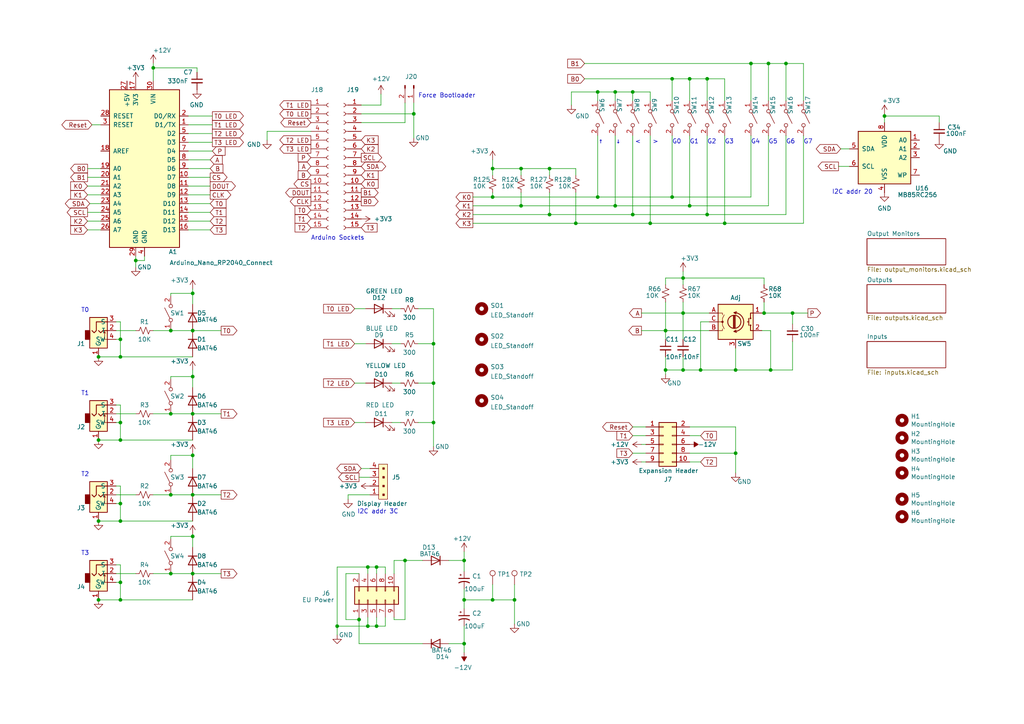
<source format=kicad_sch>
(kicad_sch (version 20211123) (generator eeschema)
  (paper "A4")
  (title_block (rev "2.2"))
  (junction (at 198.12 90.805))
  (junction (at 49.53 120.015))
  (junction (at 194.945 57.15))
  (junction (at 106.68 181.61))
  (junction (at 221.615 90.805))
  (junction (at 28.575 151.13))
  (junction (at 213.36 131.445))
  (junction (at 142.875 48.895))
  (junction (at 198.12 80.645))
  (junction (at 178.435 59.69))
  (junction (at 227.965 18.415))
  (junction (at 28.575 127.635))
  (junction (at 34.925 146.05))
  (junction (at 256.54 33.655))
  (junction (at 104.14 179.705))
  (junction (at 173.355 26.67))
  (junction (at 217.805 18.415))
  (junction (at 109.22 181.61))
  (junction (at 49.53 143.51))
  (junction (at 229.87 90.805))
  (junction (at 55.88 143.51))
  (junction (at 210.185 64.77))
  (junction (at 134.62 173.99))
  (junction (at 159.385 62.23))
  (junction (at 97.79 181.61))
  (junction (at 193.04 95.885))
  (junction (at 151.13 48.895))
  (junction (at 34.925 127.635))
  (junction (at 55.88 166.37))
  (junction (at 109.22 164.465))
  (junction (at 34.925 103.505))
  (junction (at 213.36 107.315))
  (junction (at 149.225 173.99))
  (junction (at 134.62 162.56))
  (junction (at 44.45 19.685))
  (junction (at 28.575 173.99))
  (junction (at 142.875 173.99))
  (junction (at 55.88 120.015))
  (junction (at 173.355 57.15))
  (junction (at 106.68 164.465))
  (junction (at 178.435 26.67))
  (junction (at 34.925 168.91))
  (junction (at 205.105 62.23))
  (junction (at 55.88 155.575))
  (junction (at 125.73 111.125))
  (junction (at 198.12 107.315))
  (junction (at 55.88 95.885))
  (junction (at 151.13 59.69))
  (junction (at 194.945 22.86))
  (junction (at 49.53 166.37))
  (junction (at 167.005 64.77))
  (junction (at 183.515 26.67))
  (junction (at 159.385 48.895))
  (junction (at 223.52 107.315))
  (junction (at 125.73 122.555))
  (junction (at 125.73 99.695))
  (junction (at 222.885 18.415))
  (junction (at 34.925 98.425))
  (junction (at 142.875 57.15))
  (junction (at 39.37 75.565))
  (junction (at 34.925 122.555))
  (junction (at 134.62 186.69))
  (junction (at 49.53 95.885))
  (junction (at 55.88 85.09))
  (junction (at 120.015 33.02))
  (junction (at 200.025 59.69))
  (junction (at 183.515 62.23))
  (junction (at 203.2 107.315))
  (junction (at 200.025 22.86))
  (junction (at 28.575 103.505))
  (junction (at 117.475 162.56))
  (junction (at 55.88 109.22))
  (junction (at 34.925 151.13))
  (junction (at 193.04 107.315))
  (junction (at 188.595 64.77))
  (junction (at 55.88 132.08))
  (junction (at 34.925 173.99))
  (junction (at 205.105 22.86))
  (wire (pts (xy 34.925 163.83) (xy 34.925 168.91)))
  (wire (pts (xy 134.62 170.815) (xy 134.62 173.99)))
  (wire (pts (xy 54.61 43.815) (xy 61.595 43.815)))
  (wire (pts (xy 49.53 133.35) (xy 49.53 132.08)))
  (wire (pts (xy 246.38 48.26) (xy 243.205 48.26)))
  (wire (pts (xy 125.73 111.125) (xy 125.73 99.695)))
  (wire (pts (xy 34.925 127.635) (xy 55.88 127.635)))
  (wire (pts (xy 25.4 64.135) (xy 29.21 64.135)))
  (wire (pts (xy 134.62 173.99) (xy 142.875 173.99)))
  (wire (pts (xy 34.925 173.99) (xy 55.88 173.99)))
  (wire (pts (xy 229.87 99.06) (xy 229.87 107.315)))
  (wire (pts (xy 134.62 186.69) (xy 134.62 189.23)))
  (wire (pts (xy 54.61 41.275) (xy 61.595 41.275)))
  (wire (pts (xy 25.4 66.675) (xy 29.21 66.675)))
  (wire (pts (xy 188.595 64.77) (xy 188.595 39.37)))
  (wire (pts (xy 117.475 29.845) (xy 117.475 35.56)))
  (wire (pts (xy 114.3 179.07) (xy 114.3 179.705)))
  (wire (pts (xy 104.14 166.37) (xy 100.33 166.37)))
  (wire (pts (xy 227.965 62.23) (xy 205.105 62.23)))
  (wire (pts (xy 173.355 57.15) (xy 173.355 39.37)))
  (wire (pts (xy 49.53 132.08) (xy 55.88 132.08)))
  (wire (pts (xy 210.185 64.77) (xy 188.595 64.77)))
  (wire (pts (xy 194.945 22.86) (xy 200.025 22.86)))
  (wire (pts (xy 165.735 26.67) (xy 165.735 30.48)))
  (wire (pts (xy 39.37 74.295) (xy 39.37 75.565)))
  (wire (pts (xy 97.79 181.61) (xy 97.79 184.15)))
  (wire (pts (xy 55.88 155.575) (xy 55.88 158.75)))
  (wire (pts (xy 102.87 89.535) (xy 106.045 89.535)))
  (wire (pts (xy 55.88 120.015) (xy 64.135 120.015)))
  (wire (pts (xy 200.025 123.825) (xy 213.36 123.825)))
  (wire (pts (xy 34.925 98.425) (xy 34.925 103.505)))
  (wire (pts (xy 49.53 109.22) (xy 55.88 109.22)))
  (wire (pts (xy 210.185 22.86) (xy 210.185 29.21)))
  (wire (pts (xy 167.005 55.88) (xy 167.005 64.77)))
  (wire (pts (xy 55.88 85.09) (xy 55.88 88.265)))
  (wire (pts (xy 97.79 164.465) (xy 97.79 181.61)))
  (wire (pts (xy 183.515 131.445) (xy 187.325 131.445)))
  (wire (pts (xy 49.53 120.015) (xy 55.88 120.015)))
  (wire (pts (xy 194.945 39.37) (xy 194.945 57.15)))
  (wire (pts (xy 186.055 90.805) (xy 198.12 90.805)))
  (wire (pts (xy 109.22 164.465) (xy 111.76 164.465)))
  (wire (pts (xy 142.875 46.355) (xy 142.875 48.895)))
  (wire (pts (xy 44.45 19.685) (xy 44.45 23.495)))
  (wire (pts (xy 102.87 99.695) (xy 106.045 99.695)))
  (wire (pts (xy 213.36 123.825) (xy 213.36 131.445)))
  (wire (pts (xy 205.105 22.86) (xy 210.185 22.86)))
  (wire (pts (xy 54.61 53.975) (xy 60.96 53.975)))
  (wire (pts (xy 44.45 18.415) (xy 44.45 19.685)))
  (wire (pts (xy 200.025 131.445) (xy 213.36 131.445)))
  (wire (pts (xy 222.885 18.415) (xy 227.965 18.415)))
  (wire (pts (xy 25.4 53.975) (xy 29.21 53.975)))
  (wire (pts (xy 55.88 107.315) (xy 55.88 109.22)))
  (wire (pts (xy 114.3 166.37) (xy 114.3 162.56)))
  (wire (pts (xy 233.045 18.415) (xy 233.045 29.21)))
  (wire (pts (xy 44.45 166.37) (xy 49.53 166.37)))
  (wire (pts (xy 173.355 26.67) (xy 178.435 26.67)))
  (wire (pts (xy 54.61 36.195) (xy 61.595 36.195)))
  (wire (pts (xy 200.025 126.365) (xy 203.2 126.365)))
  (wire (pts (xy 33.655 166.37) (xy 39.37 166.37)))
  (wire (pts (xy 137.16 59.69) (xy 151.13 59.69)))
  (wire (pts (xy 106.68 179.07) (xy 106.68 181.61)))
  (wire (pts (xy 198.12 78.74) (xy 198.12 80.645)))
  (wire (pts (xy 221.615 82.55) (xy 221.615 80.645)))
  (wire (pts (xy 205.105 22.86) (xy 205.105 29.21)))
  (wire (pts (xy 183.515 26.67) (xy 188.595 26.67)))
  (wire (pts (xy 151.13 59.69) (xy 178.435 59.69)))
  (wire (pts (xy 106.68 181.61) (xy 109.22 181.61)))
  (wire (pts (xy 107.315 135.89) (xy 104.775 135.89)))
  (wire (pts (xy 169.545 22.86) (xy 194.945 22.86)))
  (wire (pts (xy 178.435 26.67) (xy 178.435 29.21)))
  (wire (pts (xy 120.015 33.02) (xy 120.015 40.005)))
  (wire (pts (xy 229.87 90.805) (xy 229.87 93.98)))
  (wire (pts (xy 117.475 179.705) (xy 117.475 162.56)))
  (wire (pts (xy 223.52 107.315) (xy 213.36 107.315)))
  (wire (pts (xy 178.435 59.69) (xy 178.435 39.37)))
  (wire (pts (xy 213.36 137.16) (xy 213.36 131.445)))
  (wire (pts (xy 178.435 26.67) (xy 183.515 26.67)))
  (wire (pts (xy 221.615 90.805) (xy 229.87 90.805)))
  (wire (pts (xy 233.045 64.77) (xy 210.185 64.77)))
  (wire (pts (xy 109.22 164.465) (xy 109.22 166.37)))
  (wire (pts (xy 178.435 59.69) (xy 200.025 59.69)))
  (wire (pts (xy 102.87 122.555) (xy 106.045 122.555)))
  (wire (pts (xy 193.04 95.885) (xy 193.04 98.425)))
  (wire (pts (xy 205.74 93.345) (xy 203.2 93.345)))
  (wire (pts (xy 173.355 26.67) (xy 173.355 29.21)))
  (wire (pts (xy 34.925 122.555) (xy 34.925 127.635)))
  (wire (pts (xy 222.885 59.69) (xy 200.025 59.69)))
  (wire (pts (xy 134.62 160.02) (xy 134.62 162.56)))
  (wire (pts (xy 49.53 85.725) (xy 49.53 85.09)))
  (wire (pts (xy 54.61 61.595) (xy 60.96 61.595)))
  (wire (pts (xy 111.76 181.61) (xy 111.76 179.07)))
  (wire (pts (xy 183.515 126.365) (xy 187.325 126.365)))
  (wire (pts (xy 25.4 56.515) (xy 29.21 56.515)))
  (wire (pts (xy 54.61 33.655) (xy 61.595 33.655)))
  (wire (pts (xy 233.045 39.37) (xy 233.045 64.77)))
  (wire (pts (xy 193.04 82.55) (xy 193.04 80.645)))
  (wire (pts (xy 142.875 57.15) (xy 173.355 57.15)))
  (wire (pts (xy 217.805 39.37) (xy 217.805 57.15)))
  (wire (pts (xy 222.885 18.415) (xy 222.885 29.21)))
  (wire (pts (xy 200.025 133.985) (xy 203.2 133.985)))
  (wire (pts (xy 183.515 123.825) (xy 187.325 123.825)))
  (wire (pts (xy 194.945 57.15) (xy 173.355 57.15)))
  (wire (pts (xy 34.925 93.345) (xy 34.925 98.425)))
  (wire (pts (xy 28.575 173.99) (xy 34.925 173.99)))
  (wire (pts (xy 142.875 173.99) (xy 149.225 173.99)))
  (wire (pts (xy 200.025 22.86) (xy 205.105 22.86)))
  (wire (pts (xy 33.655 98.425) (xy 34.925 98.425)))
  (wire (pts (xy 100.33 179.705) (xy 104.14 179.705)))
  (wire (pts (xy 55.88 131.445) (xy 55.88 132.08)))
  (wire (pts (xy 33.655 117.475) (xy 34.925 117.475)))
  (wire (pts (xy 142.875 169.545) (xy 142.875 173.99)))
  (wire (pts (xy 33.655 93.345) (xy 34.925 93.345)))
  (wire (pts (xy 186.055 95.885) (xy 193.04 95.885)))
  (wire (pts (xy 169.545 18.415) (xy 217.805 18.415)))
  (wire (pts (xy 44.45 120.015) (xy 49.53 120.015)))
  (wire (pts (xy 54.61 38.735) (xy 61.595 38.735)))
  (wire (pts (xy 227.965 18.415) (xy 227.965 29.21)))
  (wire (pts (xy 33.655 120.015) (xy 39.37 120.015)))
  (wire (pts (xy 54.61 48.895) (xy 60.96 48.895)))
  (wire (pts (xy 149.225 173.99) (xy 149.225 180.975)))
  (wire (pts (xy 229.87 90.805) (xy 234.315 90.805)))
  (wire (pts (xy 25.4 51.435) (xy 29.21 51.435)))
  (wire (pts (xy 198.12 90.805) (xy 198.12 98.425)))
  (wire (pts (xy 193.04 95.885) (xy 205.74 95.885)))
  (wire (pts (xy 104.775 35.56) (xy 117.475 35.56)))
  (wire (pts (xy 256.54 33.655) (xy 272.415 33.655)))
  (wire (pts (xy 49.53 166.37) (xy 55.88 166.37)))
  (wire (pts (xy 200.025 39.37) (xy 200.025 59.69)))
  (wire (pts (xy 25.4 48.895) (xy 29.21 48.895)))
  (wire (pts (xy 44.45 95.885) (xy 49.53 95.885)))
  (wire (pts (xy 193.04 108.585) (xy 193.04 107.315)))
  (wire (pts (xy 121.285 122.555) (xy 125.73 122.555)))
  (wire (pts (xy 159.385 55.88) (xy 159.385 62.23)))
  (wire (pts (xy 106.68 164.465) (xy 97.79 164.465)))
  (wire (pts (xy 114.3 179.705) (xy 117.475 179.705)))
  (wire (pts (xy 151.13 55.88) (xy 151.13 59.69)))
  (wire (pts (xy 39.37 75.565) (xy 39.37 77.47)))
  (wire (pts (xy 223.52 95.885) (xy 223.52 107.315)))
  (wire (pts (xy 121.285 111.125) (xy 125.73 111.125)))
  (wire (pts (xy 77.47 38.1) (xy 77.47 40.64)))
  (wire (pts (xy 33.655 95.885) (xy 39.37 95.885)))
  (wire (pts (xy 188.595 26.67) (xy 188.595 29.21)))
  (wire (pts (xy 149.225 169.545) (xy 149.225 173.99)))
  (wire (pts (xy 28.575 151.13) (xy 34.925 151.13)))
  (wire (pts (xy 104.14 179.705) (xy 104.14 186.69)))
  (wire (pts (xy 54.61 51.435) (xy 60.96 51.435)))
  (wire (pts (xy 159.385 48.895) (xy 159.385 50.8)))
  (wire (pts (xy 34.925 168.91) (xy 34.925 173.99)))
  (wire (pts (xy 227.965 18.415) (xy 233.045 18.415)))
  (wire (pts (xy 198.12 103.505) (xy 198.12 107.315)))
  (wire (pts (xy 49.53 155.575) (xy 55.88 155.575)))
  (wire (pts (xy 110.49 30.48) (xy 110.49 27.305)))
  (wire (pts (xy 41.91 74.295) (xy 41.91 75.565)))
  (wire (pts (xy 117.475 162.56) (xy 122.555 162.56)))
  (wire (pts (xy 165.735 26.67) (xy 173.355 26.67)))
  (wire (pts (xy 55.88 143.51) (xy 64.135 143.51)))
  (wire (pts (xy 106.68 164.465) (xy 106.68 166.37)))
  (wire (pts (xy 193.04 87.63) (xy 193.04 95.885)))
  (wire (pts (xy 55.88 109.22) (xy 55.88 112.395)))
  (wire (pts (xy 113.665 99.695) (xy 116.205 99.695)))
  (wire (pts (xy 198.12 80.645) (xy 198.12 82.55)))
  (wire (pts (xy 205.74 90.805) (xy 198.12 90.805)))
  (wire (pts (xy 113.665 111.125) (xy 116.205 111.125)))
  (wire (pts (xy 256.54 33.02) (xy 256.54 33.655)))
  (wire (pts (xy 33.655 146.05) (xy 34.925 146.05)))
  (wire (pts (xy 34.925 146.05) (xy 34.925 151.13)))
  (wire (pts (xy 151.13 50.8) (xy 151.13 48.895)))
  (wire (pts (xy 134.62 162.56) (xy 134.62 165.735)))
  (wire (pts (xy 151.13 48.895) (xy 159.385 48.895)))
  (wire (pts (xy 97.79 181.61) (xy 106.68 181.61)))
  (wire (pts (xy 272.415 35.56) (xy 272.415 33.655)))
  (wire (pts (xy 186.055 133.985) (xy 187.325 133.985)))
  (wire (pts (xy 54.61 66.675) (xy 60.96 66.675)))
  (wire (pts (xy 198.12 80.645) (xy 221.615 80.645)))
  (wire (pts (xy 203.2 93.345) (xy 203.2 107.315)))
  (wire (pts (xy 125.73 122.555) (xy 125.73 111.125)))
  (wire (pts (xy 217.805 18.415) (xy 217.805 29.21)))
  (wire (pts (xy 102.87 111.125) (xy 106.045 111.125)))
  (wire (pts (xy 121.285 99.695) (xy 125.73 99.695)))
  (wire (pts (xy 193.04 107.315) (xy 198.12 107.315)))
  (wire (pts (xy 49.53 143.51) (xy 55.88 143.51)))
  (wire (pts (xy 54.61 59.055) (xy 60.96 59.055)))
  (wire (pts (xy 104.775 33.02) (xy 120.015 33.02)))
  (wire (pts (xy 113.665 122.555) (xy 116.205 122.555)))
  (wire (pts (xy 33.655 143.51) (xy 39.37 143.51)))
  (wire (pts (xy 28.575 127.635) (xy 34.925 127.635)))
  (wire (pts (xy 34.925 151.13) (xy 55.88 151.13)))
  (wire (pts (xy 142.875 48.895) (xy 151.13 48.895)))
  (wire (pts (xy 213.36 100.965) (xy 213.36 107.315)))
  (wire (pts (xy 116.205 89.535) (xy 113.665 89.535)))
  (wire (pts (xy 194.945 22.86) (xy 194.945 29.21)))
  (wire (pts (xy 54.61 64.135) (xy 60.96 64.135)))
  (wire (pts (xy 100.965 143.51) (xy 100.965 144.78)))
  (wire (pts (xy 29.21 36.195) (xy 26.67 36.195)))
  (wire (pts (xy 109.22 164.465) (xy 106.68 164.465)))
  (wire (pts (xy 49.53 156.21) (xy 49.53 155.575)))
  (wire (pts (xy 137.16 64.77) (xy 167.005 64.77)))
  (wire (pts (xy 34.925 117.475) (xy 34.925 122.555)))
  (wire (pts (xy 167.005 64.77) (xy 188.595 64.77)))
  (wire (pts (xy 159.385 62.23) (xy 183.515 62.23)))
  (wire (pts (xy 57.15 19.685) (xy 44.45 19.685)))
  (wire (pts (xy 193.04 103.505) (xy 193.04 107.315)))
  (wire (pts (xy 55.88 132.08) (xy 55.88 135.89)))
  (wire (pts (xy 34.925 103.505) (xy 55.88 103.505)))
  (wire (pts (xy 142.875 55.88) (xy 142.875 57.15)))
  (wire (pts (xy 28.575 103.505) (xy 34.925 103.505)))
  (wire (pts (xy 183.515 26.67) (xy 183.515 29.21)))
  (wire (pts (xy 107.315 143.51) (xy 100.965 143.51)))
  (wire (pts (xy 107.315 138.43) (xy 104.14 138.43)))
  (wire (pts (xy 198.12 107.315) (xy 203.2 107.315)))
  (wire (pts (xy 217.805 57.15) (xy 194.945 57.15)))
  (wire (pts (xy 90.17 38.1) (xy 77.47 38.1)))
  (wire (pts (xy 55.88 95.885) (xy 64.135 95.885)))
  (wire (pts (xy 205.105 39.37) (xy 205.105 62.23)))
  (wire (pts (xy 229.87 107.315) (xy 223.52 107.315)))
  (wire (pts (xy 114.3 162.56) (xy 117.475 162.56)))
  (wire (pts (xy 111.76 164.465) (xy 111.76 166.37)))
  (wire (pts (xy 109.22 181.61) (xy 111.76 181.61)))
  (wire (pts (xy 49.53 85.09) (xy 55.88 85.09)))
  (wire (pts (xy 55.88 83.82) (xy 55.88 85.09)))
  (wire (pts (xy 49.53 95.885) (xy 55.88 95.885)))
  (wire (pts (xy 167.005 50.8) (xy 167.005 48.895)))
  (wire (pts (xy 55.88 154.94) (xy 55.88 155.575)))
  (wire (pts (xy 57.15 20.955) (xy 57.15 19.685)))
  (wire (pts (xy 33.655 122.555) (xy 34.925 122.555)))
  (wire (pts (xy 49.53 109.855) (xy 49.53 109.22)))
  (wire (pts (xy 134.62 173.99) (xy 134.62 176.53)))
  (wire (pts (xy 104.775 30.48) (xy 110.49 30.48)))
  (wire (pts (xy 134.62 186.69) (xy 130.175 186.69)))
  (wire (pts (xy 122.555 186.69) (xy 104.14 186.69)))
  (wire (pts (xy 183.515 62.23) (xy 183.515 39.37)))
  (wire (pts (xy 220.98 95.885) (xy 223.52 95.885)))
  (wire (pts (xy 125.73 89.535) (xy 125.73 99.695)))
  (wire (pts (xy 186.055 128.905) (xy 187.325 128.905)))
  (wire (pts (xy 104.14 179.07) (xy 104.14 179.705)))
  (wire (pts (xy 137.16 57.15) (xy 142.875 57.15)))
  (wire (pts (xy 221.615 87.63) (xy 221.615 90.805)))
  (wire (pts (xy 44.45 143.51) (xy 49.53 143.51)))
  (wire (pts (xy 41.91 75.565) (xy 39.37 75.565)))
  (wire (pts (xy 33.655 140.97) (xy 34.925 140.97)))
  (wire (pts (xy 25.4 61.595) (xy 29.21 61.595)))
  (wire (pts (xy 134.62 181.61) (xy 134.62 186.69)))
  (wire (pts (xy 34.925 140.97) (xy 34.925 146.05)))
  (wire (pts (xy 213.36 107.315) (xy 203.2 107.315)))
  (wire (pts (xy 142.875 50.8) (xy 142.875 48.895)))
  (wire (pts (xy 210.185 39.37) (xy 210.185 64.77)))
  (wire (pts (xy 193.04 80.645) (xy 198.12 80.645)))
  (wire (pts (xy 222.885 39.37) (xy 222.885 59.69)))
  (wire (pts (xy 121.285 89.535) (xy 125.73 89.535)))
  (wire (pts (xy 33.655 168.91) (xy 34.925 168.91)))
  (wire (pts (xy 256.54 33.655) (xy 256.54 35.56)))
  (wire (pts (xy 33.655 163.83) (xy 34.925 163.83)))
  (wire (pts (xy 55.88 166.37) (xy 64.135 166.37)))
  (wire (pts (xy 130.175 162.56) (xy 134.62 162.56)))
  (wire (pts (xy 205.105 62.23) (xy 183.515 62.23)))
  (wire (pts (xy 137.16 62.23) (xy 159.385 62.23)))
  (wire (pts (xy 220.98 90.805) (xy 221.615 90.805)))
  (wire (pts (xy 54.61 56.515) (xy 60.96 56.515)))
  (wire (pts (xy 100.33 166.37) (xy 100.33 179.705)))
  (wire (pts (xy 54.61 46.355) (xy 60.96 46.355)))
  (wire (pts (xy 120.015 29.845) (xy 120.015 33.02)))
  (wire (pts (xy 167.005 48.895) (xy 159.385 48.895)))
  (wire (pts (xy 109.22 179.07) (xy 109.22 181.61)))
  (wire (pts (xy 198.12 87.63) (xy 198.12 90.805)))
  (wire (pts (xy 246.38 43.18) (xy 243.84 43.18)))
  (wire (pts (xy 200.025 22.86) (xy 200.025 29.21)))
  (wire (pts (xy 125.73 129.54) (xy 125.73 122.555)))
  (wire (pts (xy 217.805 18.415) (xy 222.885 18.415)))
  (wire (pts (xy 227.965 39.37) (xy 227.965 62.23)))
  (wire (pts (xy 26.035 59.055) (xy 29.21 59.055)))
  (text "T3" (at 23.495 161.29 0) (effects (font (size 1.27 1.27)) (justify left bottom)))
  (text "G4" (at 217.805 41.91 0) (effects (font (size 1.27 1.27)) (justify left bottom)))
  (text "G2" (at 205.105 41.91 0) (effects (font (size 1.27 1.27)) (justify left bottom)))
  (text "T2" (at 23.495 138.43 0) (effects (font (size 1.27 1.27)) (justify left bottom)))
  (text "G3" (at 210.185 41.91 0) (effects (font (size 1.27 1.27)) (justify left bottom)))
  (text "↓" (at 178.435 41.91 0) (effects (font (size 1.27 1.27)) (justify left bottom)))
  (text "Force Bootloader" (at 121.285 28.575 0) (effects (font (size 1.27 1.27)) (justify left bottom)))
  (text "Arduino Sockets" (at 90.17 69.85 0) (effects (font (size 1.27 1.27)) (justify left bottom)))
  (text "G5" (at 222.885 41.91 0) (effects (font (size 1.27 1.27)) (justify left bottom)))
  (text "I2C addr 3C" (at 115.57 149.225 180) (effects (font (size 1.27 1.27)) (justify right bottom)))
  (text "T1" (at 23.495 114.935 0) (effects (font (size 1.27 1.27)) (justify left bottom)))
  (text ">" (at 189.23 41.91 0) (effects (font (size 1.27 1.27)) (justify left bottom)))
  (text "G6" (at 227.965 41.91 0) (effects (font (size 1.27 1.27)) (justify left bottom)))
  (text "I2C addr 20" (at 241.3 56.515 0) (effects (font (size 1.27 1.27)) (justify left bottom)))
  (text "G0" (at 194.945 41.91 0) (effects (font (size 1.27 1.27)) (justify left bottom)))
  (text "G7" (at 233.045 41.91 0) (effects (font (size 1.27 1.27)) (justify left bottom)))
  (text "G1" (at 200.025 41.91 0) (effects (font (size 1.27 1.27)) (justify left bottom)))
  (text "T0" (at 23.495 90.805 0) (effects (font (size 1.27 1.27)) (justify left bottom)))
  (text "↑" (at 173.355 41.91 0) (effects (font (size 1.27 1.27)) (justify left bottom)))
  (text "<" (at 184.15 41.91 0) (effects (font (size 1.27 1.27)) (justify left bottom)))
  (global_label "K3" (shape input) (at 104.775 40.64 0) (property "Intersheet References" "${INTERSHEET_REFS}" (effects hide)))
  (global_label "SCL" (shape output) (at 243.205 48.26 180) (property "Intersheet References" "${INTERSHEET_REFS}" (effects hide)))
  (global_label "P" (shape input) (at 61.595 43.815 0) (property "Intersheet References" "${INTERSHEET_REFS}" (effects hide)))
  (global_label "K0" (shape output) (at 137.16 57.15 180) (property "Intersheet References" "${INTERSHEET_REFS}" (effects hide)))
  (global_label "B" (shape input) (at 60.96 48.895 0) (property "Intersheet References" "${INTERSHEET_REFS}" (effects hide)))
  (global_label "K2" (shape input) (at 25.4 64.135 180) (property "Intersheet References" "${INTERSHEET_REFS}" (effects hide)))
  (global_label "T3" (shape output) (at 64.135 166.37 0) (property "Intersheet References" "${INTERSHEET_REFS}" (effects hide)))
  (global_label "T1" (shape input) (at 60.96 61.595 0) (property "Intersheet References" "${INTERSHEET_REFS}" (effects hide)))
  (global_label "SCL" (shape output) (at 104.775 45.72 0) (property "Intersheet References" "${INTERSHEET_REFS}" (effects hide)))
  (global_label "T3 LED" (shape output) (at 90.17 43.18 180) (property "Intersheet References" "${INTERSHEET_REFS}" (effects hide)))
  (global_label "DOUT" (shape output) (at 90.17 55.88 180) (property "Intersheet References" "${INTERSHEET_REFS}" (effects hide)))
  (global_label "Reset" (shape bidirectional) (at 183.515 123.825 180) (property "Intersheet References" "${INTERSHEET_REFS}" (effects hide)))
  (global_label "T1 LED" (shape output) (at 61.595 36.195 0) (property "Intersheet References" "${INTERSHEET_REFS}" (effects hide)))
  (global_label "P" (shape output) (at 234.315 90.805 0) (property "Intersheet References" "${INTERSHEET_REFS}" (effects hide)))
  (global_label "SCL" (shape output) (at 104.14 138.43 180) (property "Intersheet References" "${INTERSHEET_REFS}" (effects hide)))
  (global_label "K0" (shape input) (at 104.775 53.34 0) (property "Intersheet References" "${INTERSHEET_REFS}" (effects hide)))
  (global_label "K1" (shape input) (at 25.4 56.515 180) (property "Intersheet References" "${INTERSHEET_REFS}" (effects hide)))
  (global_label "B0" (shape output) (at 25.4 48.895 180) (property "Intersheet References" "${INTERSHEET_REFS}" (effects hide)))
  (global_label "K0" (shape input) (at 25.4 53.975 180) (property "Intersheet References" "${INTERSHEET_REFS}" (effects hide)))
  (global_label "CLK" (shape output) (at 90.17 58.42 180) (property "Intersheet References" "${INTERSHEET_REFS}" (effects hide)))
  (global_label "A" (shape output) (at 186.055 90.805 180) (property "Intersheet References" "${INTERSHEET_REFS}" (effects hide)))
  (global_label "T0" (shape output) (at 64.135 95.885 0) (property "Intersheet References" "${INTERSHEET_REFS}" (effects hide)))
  (global_label "T2" (shape input) (at 60.96 64.135 0) (property "Intersheet References" "${INTERSHEET_REFS}" (effects hide)))
  (global_label "K3" (shape input) (at 25.4 66.675 180) (property "Intersheet References" "${INTERSHEET_REFS}" (effects hide)))
  (global_label "SDA" (shape bidirectional) (at 104.775 135.89 180) (property "Intersheet References" "${INTERSHEET_REFS}" (effects hide)))
  (global_label "T0" (shape input) (at 90.17 60.96 180) (property "Intersheet References" "${INTERSHEET_REFS}" (effects hide)))
  (global_label "SDA" (shape bidirectional) (at 104.775 48.26 0) (property "Intersheet References" "${INTERSHEET_REFS}" (effects hide)))
  (global_label "K1" (shape output) (at 137.16 59.69 180) (property "Intersheet References" "${INTERSHEET_REFS}" (effects hide)))
  (global_label "T1 LED" (shape output) (at 90.17 30.48 180) (property "Intersheet References" "${INTERSHEET_REFS}" (effects hide)))
  (global_label "T0 LED" (shape output) (at 61.595 33.655 0) (property "Intersheet References" "${INTERSHEET_REFS}" (effects hide)))
  (global_label "P" (shape input) (at 90.17 45.72 180) (property "Intersheet References" "${INTERSHEET_REFS}" (effects hide)))
  (global_label "Reset" (shape bidirectional) (at 26.67 36.195 180) (property "Intersheet References" "${INTERSHEET_REFS}" (effects hide)))
  (global_label "K2" (shape output) (at 137.16 62.23 180) (property "Intersheet References" "${INTERSHEET_REFS}" (effects hide)))
  (global_label "A" (shape input) (at 90.17 48.26 180) (property "Intersheet References" "${INTERSHEET_REFS}" (effects hide)))
  (global_label "B" (shape output) (at 186.055 95.885 180) (property "Intersheet References" "${INTERSHEET_REFS}" (effects hide)))
  (global_label "T2 LED" (shape output) (at 90.17 40.64 180) (property "Intersheet References" "${INTERSHEET_REFS}" (effects hide)))
  (global_label "T3 LED" (shape output) (at 61.595 41.275 0) (property "Intersheet References" "${INTERSHEET_REFS}" (effects hide)))
  (global_label "T3" (shape input) (at 60.96 66.675 0) (property "Intersheet References" "${INTERSHEET_REFS}" (effects hide)))
  (global_label "SDA" (shape bidirectional) (at 243.84 43.18 180) (property "Intersheet References" "${INTERSHEET_REFS}" (effects hide)))
  (global_label "SDA" (shape bidirectional) (at 26.035 59.055 180) (property "Intersheet References" "${INTERSHEET_REFS}" (effects hide)))
  (global_label "SCL" (shape output) (at 25.4 61.595 180) (property "Intersheet References" "${INTERSHEET_REFS}" (effects hide)))
  (global_label "B" (shape input) (at 90.17 50.8 180) (property "Intersheet References" "${INTERSHEET_REFS}" (effects hide)))
  (global_label "CLK" (shape output) (at 60.96 56.515 0) (property "Intersheet References" "${INTERSHEET_REFS}" (effects hide)))
  (global_label "T0 LED" (shape input) (at 102.87 89.535 180) (property "Intersheet References" "${INTERSHEET_REFS}" (effects hide)))
  (global_label "T1" (shape output) (at 64.135 120.015 0) (property "Intersheet References" "${INTERSHEET_REFS}" (effects hide)))
  (global_label "CS" (shape output) (at 90.17 53.34 180) (property "Intersheet References" "${INTERSHEET_REFS}" (effects hide)))
  (global_label "T3 LED" (shape input) (at 102.87 122.555 180) (property "Intersheet References" "${INTERSHEET_REFS}" (effects hide)))
  (global_label "B0" (shape output) (at 104.775 58.42 0) (property "Intersheet References" "${INTERSHEET_REFS}" (effects hide)))
  (global_label "CS" (shape output) (at 60.96 51.435 0) (property "Intersheet References" "${INTERSHEET_REFS}" (effects hide)))
  (global_label "T1 LED" (shape input) (at 102.87 99.695 180) (property "Intersheet References" "${INTERSHEET_REFS}" (effects hide)))
  (global_label "T1" (shape input) (at 90.17 63.5 180) (property "Intersheet References" "${INTERSHEET_REFS}" (effects hide)))
  (global_label "Reset" (shape bidirectional) (at 90.17 35.56 180) (property "Intersheet References" "${INTERSHEET_REFS}" (effects hide)))
  (global_label "B0" (shape input) (at 169.545 22.86 180) (property "Intersheet References" "${INTERSHEET_REFS}" (effects hide)))
  (global_label "T2 LED" (shape input) (at 102.87 111.125 180) (property "Intersheet References" "${INTERSHEET_REFS}" (effects hide)))
  (global_label "K2" (shape input) (at 104.775 43.18 0) (property "Intersheet References" "${INTERSHEET_REFS}" (effects hide)))
  (global_label "T3" (shape input) (at 183.515 131.445 180) (property "Intersheet References" "${INTERSHEET_REFS}" (effects hide)))
  (global_label "T2 LED" (shape output) (at 61.595 38.735 0) (property "Intersheet References" "${INTERSHEET_REFS}" (effects hide)))
  (global_label "T2" (shape input) (at 203.2 133.985 0) (property "Intersheet References" "${INTERSHEET_REFS}" (effects hide)))
  (global_label "K3" (shape output) (at 137.16 64.77 180) (property "Intersheet References" "${INTERSHEET_REFS}" (effects hide)))
  (global_label "T0 LED" (shape output) (at 90.17 33.02 180) (property "Intersheet References" "${INTERSHEET_REFS}" (effects hide)))
  (global_label "T3" (shape input) (at 104.775 66.04 0) (property "Intersheet References" "${INTERSHEET_REFS}" (effects hide)))
  (global_label "B1" (shape output) (at 25.4 51.435 180) (property "Intersheet References" "${INTERSHEET_REFS}" (effects hide)))
  (global_label "B1" (shape input) (at 169.545 18.415 180) (property "Intersheet References" "${INTERSHEET_REFS}" (effects hide)))
  (global_label "T1" (shape input) (at 183.515 126.365 180) (property "Intersheet References" "${INTERSHEET_REFS}" (effects hide)))
  (global_label "T0" (shape input) (at 60.96 59.055 0) (property "Intersheet References" "${INTERSHEET_REFS}" (effects hide)))
  (global_label "T2" (shape input) (at 90.17 66.04 180) (property "Intersheet References" "${INTERSHEET_REFS}" (effects hide)))
  (global_label "T2" (shape output) (at 64.135 143.51 0) (property "Intersheet References" "${INTERSHEET_REFS}" (effects hide)))
  (global_label "DOUT" (shape output) (at 60.96 53.975 0) (property "Intersheet References" "${INTERSHEET_REFS}" (effects hide)))
  (global_label "B1" (shape output) (at 104.775 55.88 0) (property "Intersheet References" "${INTERSHEET_REFS}" (effects hide)))
  (global_label "T0" (shape input) (at 203.2 126.365 0) (property "Intersheet References" "${INTERSHEET_REFS}" (effects hide)))
  (global_label "K1" (shape input) (at 104.775 50.8 0) (property "Intersheet References" "${INTERSHEET_REFS}" (effects hide)))
  (global_label "A" (shape input) (at 60.96 46.355 0) (property "Intersheet References" "${INTERSHEET_REFS}" (effects hide)))
  (symbol (lib_id "greenface-symbols:Arduino_Nano_v3.x-MCU_Module") (at 41.91 48.895 0) (mirror y) (unit 1) (on_board no)
    (property "Reference" "A1" (at 50.165 73.025 0))
    (property "Value" "Arduino_Nano_RP2040_Connect" (at 64.135 76.2 0))
    (property "Footprint" "Module:Arduino_Nano" (effects hide))
    (property "Digi-Key Part" "1050-ABX00053-ND" (effects hide))
  )
  (symbol (lib_id "Switch:SW_SPST") (at 49.53 114.935 90) (unit 1)
    (property "Reference" "SW2" (at 51.435 114.935 90))
    (property "Value" "Push Button" (effects hide))
    (property "Footprint" "Button_Switch_THT:SW_PUSH_6mm" (effects hide))
    (property "Digi-Key Part" "450-1643-ND" (effects hide))
  )
  (symbol (lib_id "Device:R_Small_US") (at 151.13 53.34 0) (unit 1)
    (property "Reference" "R126" (at 147.955 52.07 0))
    (property "Value" "10K" (at 147.32 53.975 0))
    (property "Footprint" "Resistor_SMD:R_0805_2012Metric_Pad1.20x1.40mm_HandSolder" (effects hide))
    (property "Digi-Key Part" "13-RC0805JR-1010KLCT-ND" (effects hide))
    (property " LCSC Part #" "C138260" (effects hide))
  )
  (symbol (lib_id "power:+12V") (at 110.49 27.305 0) (unit 1)
    (property "Reference" "#PWR027" (effects hide))
    (property "Value" "+12V" (at 110.49 22.86 0))
  )
  (symbol (lib_id "Device:R_Small_US") (at 167.005 53.34 0) (unit 1)
    (property "Reference" "R128" (at 163.195 52.07 0))
    (property "Value" "10K" (at 163.83 53.975 0))
    (property "Footprint" "Resistor_SMD:R_0805_2012Metric_Pad1.20x1.40mm_HandSolder" (effects hide))
    (property "Digi-Key Part" "13-RC0805JR-1010KLCT-ND" (effects hide))
    (property " LCSC Part #" "C138260" (effects hide))
  )
  (symbol (lib_id "Diode:1N4148") (at 126.365 162.56 180) (unit 1)
    (property "Reference" "D13" (at 126.365 158.75 0) (effects (justify left)))
    (property "Value" "BAT46" (at 127.635 160.655 0) (effects (justify left)))
    (property "Footprint" "Diode_SMD:D_0805_2012Metric_Pad1.15x1.40mm_HandSolder" (effects hide))
    (property "Digi-Key Part" "478-7800-1-ND" (effects hide))
    (property " LCSC Part #" "C123899" (effects hide))
  )
  (symbol (lib_id "power:GND") (at 100.965 144.78 0) (unit 1)
    (property "Reference" "#PWR010" (effects hide))
    (property "Value" "GND" (at 101.092 149.1742 0))
  )
  (symbol (lib_id "Device:R_Small_US") (at 198.12 85.09 0) (unit 1)
    (property "Reference" "R67" (at 201.295 83.82 0))
    (property "Value" "10K" (at 201.295 85.725 0))
    (property "Footprint" "Resistor_SMD:R_0805_2012Metric_Pad1.20x1.40mm_HandSolder" (effects hide))
    (property "Digi-Key Part" "13-RC0805JR-1010KLCT-ND" (effects hide))
    (property " LCSC Part #" "C138260" (effects hide))
  )
  (symbol (lib_id "Switch:SW_SPST") (at 227.965 34.29 270) (unit 1)
    (property "Reference" "SW16" (at 229.235 30.48 0))
    (property "Value" "Push Button" (effects hide))
    (property "Footprint" "Button_Switch_THT:SW_PUSH_6mm" (effects hide))
    (property "Digi-Key Part" "450-1643-ND" (effects hide))
  )
  (symbol (lib_id "Device:C_Small") (at 57.15 23.495 0) (mirror y) (unit 1)
    (property "Reference" "C7" (at 55.88 20.955 0) (effects (justify left)))
    (property "Value" "330nF" (at 54.61 23.495 0) (effects (justify left)))
    (property "Footprint" "Capacitor_SMD:C_0805_2012Metric_Pad1.18x1.45mm_HandSolder" (effects hide))
    (property "Datasheet" "http://datasheets.avx.com/SR-Series.pdf" (effects hide))
    (property "Digi-Key Part" "311-1888-1-ND" (effects hide))
    (property " LCSC Part #" "C107132" (effects hide))
  )
  (symbol (lib_id "Device:CP1_Small") (at 134.62 168.275 0) (unit 1)
    (property "Reference" "C1" (at 136.9314 167.1066 0) (effects (justify left)))
    (property "Value" "100uF" (at 134.62 170.815 0) (effects (justify left)))
    (property "Footprint" "Capacitor_SMD:CP_Elec_6.3x5.4_Nichicon" (effects hide))
    (property "Datasheet" "http://www.rubycon.co.jp/en/catalog/e_pdfs/aluminum/e_ml.pdf" (effects hide))
    (property "Digi-Key Part" "399-EDH107M016A9GAACT-ND" (effects hide))
    (property " LCSC Part #" "C2887276" (effects hide))
  )
  (symbol (lib_id "power:-12V") (at 200.025 128.905 270) (unit 1)
    (property "Reference" "#PWR0102" (effects hide))
    (property "Value" "-12V" (at 205.105 128.905 90))
  )
  (symbol (lib_id "power:GND") (at 28.575 173.99 0) (unit 1)
    (property "Reference" "#PWR04" (effects hide))
    (property "Value" "GND" (effects hide))
  )
  (symbol (lib_id "Mechanical:MountingHole") (at 261.62 137.16 0) (unit 1) (in_bom no)
    (property "Reference" "H4" (at 264.16 135.9916 0) (effects (justify left)))
    (property "Value" "MountingHole" (at 264.16 138.303 0) (effects (justify left)))
    (property "Footprint" "MountingHole:MountingHole_2.5mm" (effects hide))
  )
  (symbol (lib_id "Switch:SW_SPST") (at 194.945 34.29 270) (unit 1)
    (property "Reference" "SW10" (at 196.215 30.48 0))
    (property "Value" "Push Button" (effects hide))
    (property "Footprint" "Button_Switch_THT:SW_PUSH_6mm" (effects hide))
    (property "Digi-Key Part" "450-1643-ND" (effects hide))
  )
  (symbol (lib_id "Switch:SW_SPST") (at 173.355 34.29 270) (unit 1)
    (property "Reference" "SW6" (at 174.625 30.48 0))
    (property "Value" "Push Button" (effects hide))
    (property "Footprint" "Button_Switch_THT:SW_PUSH_6mm" (effects hide))
    (property "Digi-Key Part" "450-1643-ND" (effects hide))
  )
  (symbol (lib_id "Device:R_Small_US") (at 221.615 85.09 0) (unit 1)
    (property "Reference" "R68" (at 224.79 83.82 0))
    (property "Value" "10K" (at 224.79 85.725 0))
    (property "Footprint" "Resistor_SMD:R_0805_2012Metric_Pad1.20x1.40mm_HandSolder" (effects hide))
    (property "Digi-Key Part" "13-RC0805JR-1010KLCT-ND" (effects hide))
    (property " LCSC Part #" "C138260" (effects hide))
  )
  (symbol (lib_id "power:+3.3V") (at 55.88 83.82 0) (unit 1)
    (property "Reference" "#PWR021" (effects hide))
    (property "Value" "+3.3V" (at 52.07 81.28 0))
  )
  (symbol (lib_id "Switch:SW_SPST") (at 183.515 34.29 270) (unit 1)
    (property "Reference" "SW8" (at 184.785 30.48 0))
    (property "Value" "Push Button" (effects hide))
    (property "Footprint" "Button_Switch_THT:SW_PUSH_6mm" (effects hide))
    (property "Digi-Key Part" "450-1643-ND" (effects hide))
  )
  (symbol (lib_id "Connector:Conn_01x15_Female") (at 95.25 48.26 0) (unit 1)
    (property "Reference" "J18" (at 90.17 26.035 0) (effects (justify left)))
    (property "Value" "Conn_01x15_Female" (effects hide))
    (property "Footprint" "sputterizer:ArduinoConnector" (effects hide))
    (property " LCSC Part #" "C124408" (effects hide))
    (property "Digi-Key Part" "S7048-ND" (effects hide))
  )
  (symbol (lib_id "power:GND") (at 120.015 40.005 0) (mirror y) (unit 1)
    (property "Reference" "#PWR0114" (effects hide))
    (property "Value" "GND" (at 122.555 40.005 0))
  )
  (symbol (lib_id "Switch:SW_SPST") (at 200.025 34.29 270) (unit 1)
    (property "Reference" "SW11" (at 201.295 30.48 0))
    (property "Value" "Push Button" (effects hide))
    (property "Footprint" "Button_Switch_THT:SW_PUSH_6mm" (effects hide))
    (property "Digi-Key Part" "450-1643-ND" (effects hide))
  )
  (symbol (lib_id "Connector:TestPoint") (at 142.875 169.545 0) (unit 1)
    (property "Reference" "TP1" (at 144.3482 166.5478 0) (effects (justify left)))
    (property "Value" "TestPoint" (effects hide))
    (property "Footprint" "TestPoint:TestPoint_Keystone_5005-5009_Compact" (effects hide))
    (property "Digi-Key Part" "36-5006-ND" (effects hide))
  )
  (symbol (lib_id "Memory_NVRAM:FM24C64B") (at 256.54 45.72 0) (mirror y) (unit 1)
    (property "Reference" "U16" (at 265.43 54.61 0) (effects (justify right)))
    (property "Value" "MB85RC256" (at 260.35 56.515 0) (effects (justify right)))
    (property "Footprint" "Package_SO:SOIC-8_3.9x4.9mm_P1.27mm" (effects hide))
    (property "Datasheet" "http://www.cypress.com/file/41651/download" (effects hide))
    (property " LCSC Part #" "C47538" (effects hide))
    (property "Digi-Key Part" "865-1261-1-ND" (effects hide))
  )
  (symbol (lib_id "power:GND") (at 125.73 129.54 0) (mirror y) (unit 1)
    (property "Reference" "#PWR033" (effects hide))
    (property "Value" "GND" (at 128.27 129.54 0))
  )
  (symbol (lib_id "Device:CP1_Small") (at 134.62 179.07 0) (unit 1)
    (property "Reference" "C2" (at 136.9314 177.9016 0) (effects (justify left)))
    (property "Value" "100uF" (at 134.62 181.61 0) (effects (justify left)))
    (property "Footprint" "Capacitor_SMD:CP_Elec_6.3x5.4_Nichicon" (effects hide))
    (property "Digi-Key Part" "399-EDH107M016A9GAACT-ND" (effects hide))
    (property " LCSC Part #" "C2887276" (effects hide))
  )
  (symbol (lib_id "Device:LED") (at 109.855 122.555 0) (mirror y) (unit 1)
    (property "Reference" "D11" (at 108.585 120.015 0) (effects (justify right)))
    (property "Value" "RED LED" (at 106.045 117.475 0) (effects (justify right)))
    (property "Footprint" "LED_THT:LED_D3.0mm" (effects hide))
    (property "Datasheet" "https://katalog.we-online.de/led/datasheet/151031SS04000.pdf" (effects hide))
    (property "Digi-Key Part" "160-1035-ND" (effects hide))
  )
  (symbol (lib_id "Device:LED") (at 109.855 89.535 0) (mirror y) (unit 1)
    (property "Reference" "D12" (at 107.95 86.36 0) (effects (justify right)))
    (property "Value" "GREEN LED" (at 106.045 84.455 0) (effects (justify right)))
    (property "Footprint" "LED_THT:LED_D3.0mm" (effects hide))
    (property "Datasheet" "https://katalog.we-online.de/led/datasheet/151031SS04000.pdf" (effects hide))
    (property "Digi-Key Part" "160-1035-ND" (effects hide))
  )
  (symbol (lib_id "Diode:1N4148") (at 55.88 123.825 270) (unit 1)
    (property "Reference" "D3" (at 57.15 122.555 90) (effects (justify left)))
    (property "Value" "BAT46" (at 57.15 125.095 90) (effects (justify left)))
    (property "Footprint" "Diode_SMD:D_0805_2012Metric_Pad1.15x1.40mm_HandSolder" (effects hide))
    (property "Digi-Key Part" "478-7800-1-ND" (effects hide))
    (property " LCSC Part #" "C123899" (effects hide))
  )
  (symbol (lib_id "power:GND") (at 272.415 40.64 0) (unit 1)
    (property "Reference" "#PWR022" (effects hide))
    (property "Value" "GND" (at 275.59 43.815 0))
  )
  (symbol (lib_id "Connector:Conn_01x02_Male") (at 120.015 24.765 270) (unit 1)
    (property "Reference" "J20" (at 117.475 22.225 90) (effects (justify left)))
    (property "Value" "Conn_01x02_Male" (effects hide))
    (property "Footprint" "Connector_PinHeader_2.54mm:PinHeader_1x02_P2.54mm_Vertical" (effects hide))
    (property "Digi-Key Part" "609-4938-ND" (effects hide))
  )
  (symbol (lib_id "power:+3.3V") (at 55.88 131.445 0) (unit 1)
    (property "Reference" "#PWR06" (effects hide))
    (property "Value" "+3.3V" (at 52.07 128.905 0))
  )
  (symbol (lib_id "power:GND") (at 193.04 108.585 0) (unit 1)
    (property "Reference" "#PWR037" (effects hide))
    (property "Value" "GND" (at 195.58 111.125 0))
  )
  (symbol (lib_id "greenface:Rotary_Encoder_Switch") (at 213.36 93.345 0) (unit 1)
    (property "Reference" "SW5" (at 215.9 99.695 0))
    (property "Value" "Adj" (at 213.36 86.3346 0))
    (property "Footprint" "digikey-footprints:Rotary_Encoder_Switched_PEC11R" (effects hide))
    (property "Digi-Key Part" "987-1187-ND" (effects hide))
  )
  (symbol (lib_id "Diode:1N4148") (at 126.365 186.69 0) (unit 1)
    (property "Reference" "D14" (at 126.365 190.5 0) (effects (justify left)))
    (property "Value" "BAT46" (at 125.095 188.595 0) (effects (justify left)))
    (property "Footprint" "Diode_SMD:D_0805_2012Metric_Pad1.15x1.40mm_HandSolder" (effects hide))
    (property "Digi-Key Part" "478-7800-1-ND" (effects hide))
    (property " LCSC Part #" "C123899" (effects hide))
  )
  (symbol (lib_id "Diode:1N4148") (at 55.88 116.205 270) (unit 1)
    (property "Reference" "D6" (at 57.15 114.935 90) (effects (justify left)))
    (property "Value" "BAT46" (at 57.15 117.475 90) (effects (justify left)))
    (property "Footprint" "Diode_SMD:D_0805_2012Metric_Pad1.15x1.40mm_HandSolder" (effects hide))
    (property "Digi-Key Part" "478-7800-1-ND" (effects hide))
    (property " LCSC Part #" "C123899" (effects hide))
  )
  (symbol (lib_id "Device:R_Small_US") (at 118.745 111.125 270) (mirror x) (unit 1)
    (property "Reference" "R6" (at 118.745 108.585 90))
    (property "Value" "300" (at 118.745 113.665 90))
    (property "Footprint" "Resistor_SMD:R_0805_2012Metric_Pad1.20x1.40mm_HandSolder" (effects hide))
    (property "Digi-Key Part" "311-10KARCT-ND" (effects hide))
    (property " LCSC Part #" "C134081" (effects hide))
  )
  (symbol (lib_id "Device:C_Small") (at 198.12 100.965 0) (unit 1)
    (property "Reference" "C12" (at 198.12 98.425 0) (effects (justify left)))
    (property "Value" "10nF" (at 198.12 103.505 0) (effects (justify left)))
    (property "Footprint" "Capacitor_SMD:C_0805_2012Metric_Pad1.18x1.45mm_HandSolder" (effects hide))
    (property "Datasheet" "http://datasheets.avx.com/SR-Series.pdf" (effects hide))
    (property "Digi-Key Part" "311-1136-1-ND" (effects hide))
    (property " LCSC Part #" "C83170" (effects hide))
  )
  (symbol (lib_id "power:GND") (at 39.37 77.47 0) (mirror y) (unit 1)
    (property "Reference" "#PWR020" (effects hide))
    (property "Value" "GND" (at 41.91 77.47 0))
  )
  (symbol (lib_id "Device:R_Small_US") (at 118.745 89.535 270) (mirror x) (unit 1)
    (property "Reference" "R8" (at 118.745 86.995 90))
    (property "Value" "300" (at 118.745 92.075 90))
    (property "Footprint" "Resistor_SMD:R_0805_2012Metric_Pad1.20x1.40mm_HandSolder" (effects hide))
    (property "Digi-Key Part" "311-10KARCT-ND" (effects hide))
    (property " LCSC Part #" "C134081" (effects hide))
  )
  (symbol (lib_id "dk_Rectangular-Connectors-Headers-Male-Pins:0022232041") (at 109.855 143.51 90) (unit 1)
    (property "Reference" "J5" (at 113.665 138.43 90) (effects (justify right)))
    (property "Value" "Display Header" (at 103.505 146.05 90) (effects (justify right)))
    (property "Footprint" "sputterizer:OLED_Header_Slim" (effects hide))
    (property "Datasheet" "https://www.molex.com/pdm_docs/sd/022232041_sd.pdf" (effects hide))
    (property "Digi-Key Part" "SAM1011-04-ND" (effects hide))
    (property "MPN" "0022232041" (effects hide))
    (property "Category" "Connectors, Interconnects" (effects hide))
    (property "Family" "Rectangular Connectors - Headers, Male Pins" (effects hide))
    (property "DK_Datasheet_Link" "https://www.molex.com/pdm_docs/sd/022232041_sd.pdf" (effects hide))
    (property "DK_Detail_Page" "/product-detail/en/molex/0022232041/WM4202-ND/26671" (effects hide))
    (property "Description" "CONN HEADER VERT 4POS 2.54MM" (effects hide))
    (property "Manufacturer" "Molex" (effects hide))
    (property "Status" "Active" (effects hide))
  )
  (symbol (lib_id "power:+3.3V") (at 142.875 46.355 0) (unit 1)
    (property "Reference" "#PWR08" (effects hide))
    (property "Value" "+3.3V" (at 139.065 43.815 0))
  )
  (symbol (lib_id "Device:R_Small_US") (at 41.91 166.37 270) (unit 1)
    (property "Reference" "R4" (at 41.91 163.83 90))
    (property "Value" "10K" (at 41.91 168.91 90))
    (property "Footprint" "Resistor_SMD:R_0805_2012Metric_Pad1.20x1.40mm_HandSolder" (effects hide))
    (property "Digi-Key Part" "13-RC0805JR-1010KLCT-ND" (effects hide))
    (property " LCSC Part #" "C138260" (effects hide))
  )
  (symbol (lib_id "Switch:SW_SPST") (at 49.53 90.805 90) (unit 1)
    (property "Reference" "SW1" (at 51.435 90.805 90))
    (property "Value" "Push Button" (effects hide))
    (property "Footprint" "Button_Switch_THT:SW_PUSH_6mm" (effects hide))
    (property "Digi-Key Part" "450-1643-ND" (effects hide))
  )
  (symbol (lib_id "Device:C_Small") (at 272.415 38.1 0) (unit 1)
    (property "Reference" "C34" (at 274.7518 36.9316 0) (effects (justify left)))
    (property "Value" "100nF" (at 274.32 38.735 0) (effects (justify left)))
    (property "Footprint" "Capacitor_SMD:C_0805_2012Metric_Pad1.18x1.45mm_HandSolder" (effects hide))
    (property "Datasheet" "http://datasheets.avx.com/SR-Series.pdf" (effects hide))
    (property "Digi-Key Part" "478-10836-1-ND" (effects hide))
    (property " LCSC Part #" "C49678" (effects hide))
  )
  (symbol (lib_id "Switch:SW_SPST") (at 222.885 34.29 270) (unit 1)
    (property "Reference" "SW15" (at 224.155 30.48 0))
    (property "Value" "Push Button" (effects hide))
    (property "Footprint" "Button_Switch_THT:SW_PUSH_6mm" (effects hide))
    (property "Digi-Key Part" "450-1643-ND" (effects hide))
  )
  (symbol (lib_id "Device:R_Small_US") (at 193.04 85.09 0) (unit 1)
    (property "Reference" "R66" (at 189.865 83.82 0))
    (property "Value" "10K" (at 189.23 85.725 0))
    (property "Footprint" "Resistor_SMD:R_0805_2012Metric_Pad1.20x1.40mm_HandSolder" (effects hide))
    (property "Digi-Key Part" "13-RC0805JR-1010KLCT-ND" (effects hide))
    (property " LCSC Part #" "C138260" (effects hide))
  )
  (symbol (lib_id "Device:R_Small_US") (at 41.91 95.885 270) (unit 1)
    (property "Reference" "R1" (at 41.91 93.345 90))
    (property "Value" "10K" (at 41.91 98.425 90))
    (property "Footprint" "Resistor_SMD:R_0805_2012Metric_Pad1.20x1.40mm_HandSolder" (effects hide))
    (property "Digi-Key Part" "13-RC0805JR-1010KLCT-ND" (effects hide))
    (property " LCSC Part #" "C138260" (effects hide))
  )
  (symbol (lib_id "power:GND") (at 28.575 127.635 0) (unit 1)
    (property "Reference" "#PWR02" (effects hide))
    (property "Value" "GND" (effects hide))
  )
  (symbol (lib_id "greenface-symbols:Molex_47257") (at 28.575 120.015 0) (unit 1)
    (property "Reference" "J2" (at 23.495 123.825 0))
    (property "Value" "3.5mm Jack" (effects hide))
    (property "Footprint" "sputterizer:Molex-0472570001" (effects hide))
    (property "Digi-Key Part" "WM17366-ND" (effects hide))
  )
  (symbol (lib_id "power:+3.3V") (at 104.775 63.5 270) (mirror x) (unit 1)
    (property "Reference" "#PWR0112" (effects hide))
    (property "Value" "+3.3V" (at 111.125 63.5 90))
  )
  (symbol (lib_id "Switch:SW_SPST") (at 217.805 34.29 270) (unit 1)
    (property "Reference" "SW14" (at 219.075 30.48 0))
    (property "Value" "Push Button" (effects hide))
    (property "Footprint" "Button_Switch_THT:SW_PUSH_6mm" (effects hide))
    (property "Digi-Key Part" "450-1643-ND" (effects hide))
  )
  (symbol (lib_id "greenface:LED_Standoff") (at 139.7 89.535 0) (unit 1) (on_board no)
    (property "Reference" "SO1" (at 142.24 88.6265 0) (effects (justify left)))
    (property "Value" "LED_Standoff" (at 142.24 91.4016 0) (effects (justify left)))
    (property "Digi-Key Part" "732-11607-ND" (effects hide))
  )
  (symbol (lib_id "Connector:TestPoint") (at 149.225 169.545 0) (unit 1)
    (property "Reference" "TP2" (at 150.6982 166.5478 0) (effects (justify left)))
    (property "Value" "TestPoint" (effects hide))
    (property "Footprint" "TestPoint:TestPoint_Keystone_5005-5009_Compact" (effects hide))
    (property "Digi-Key Part" "36-5006-ND" (effects hide))
  )
  (symbol (lib_id "power:+12V") (at 186.055 128.905 90) (unit 1)
    (property "Reference" "#PWR041" (effects hide))
    (property "Value" "+12V" (at 179.705 128.905 90))
  )
  (symbol (lib_id "power:GND") (at 149.225 180.975 0) (mirror y) (unit 1)
    (property "Reference" "#PWR074" (effects hide))
    (property "Value" "GND" (at 151.765 180.975 0))
  )
  (symbol (lib_id "Connector:Conn_01x15_Female") (at 99.695 48.26 0) (mirror y) (unit 1)
    (property "Reference" "J19" (at 104.14 26.035 0) (effects (justify left)))
    (property "Value" "Conn_01x15_Female" (effects hide))
    (property "Footprint" "sputterizer:ArduinoConnector" (effects hide))
    (property " LCSC Part #" "C124408" (effects hide))
    (property "Digi-Key Part" "S7048-ND" (effects hide))
  )
  (symbol (lib_id "power:GND") (at 165.735 30.48 0) (unit 1)
    (property "Reference" "#PWR096" (effects hide))
    (property "Value" "GND" (at 168.91 33.655 0))
  )
  (symbol (lib_id "Diode:1N4148") (at 55.88 162.56 270) (unit 1)
    (property "Reference" "D8" (at 57.15 161.29 90) (effects (justify left)))
    (property "Value" "BAT46" (at 57.15 163.83 90) (effects (justify left)))
    (property "Footprint" "Diode_SMD:D_0805_2012Metric_Pad1.15x1.40mm_HandSolder" (effects hide))
    (property "Digi-Key Part" "478-7800-1-ND" (effects hide))
    (property " LCSC Part #" "C123899" (effects hide))
  )
  (symbol (lib_id "Switch:SW_SPST") (at 49.53 138.43 90) (unit 1)
    (property "Reference" "SW3" (at 51.435 138.43 90))
    (property "Value" "Push Button" (effects hide))
    (property "Footprint" "Button_Switch_THT:SW_PUSH_6mm" (effects hide))
    (property "Digi-Key Part" "450-1643-ND" (effects hide))
  )
  (symbol (lib_id "greenface:LED_Standoff") (at 139.7 107.315 0) (unit 1) (on_board no)
    (property "Reference" "SO3" (at 142.24 106.4065 0) (effects (justify left)))
    (property "Value" "LED_Standoff" (at 142.24 109.1816 0) (effects (justify left)))
    (property "Digi-Key Part" "732-11607-ND" (effects hide))
  )
  (symbol (lib_id "power:+12V") (at 44.45 18.415 0) (mirror y) (unit 1)
    (property "Reference" "#PWR029" (effects hide))
    (property "Value" "+12V" (at 46.99 14.605 0))
  )
  (symbol (lib_id "Diode:1N4148") (at 55.88 92.075 270) (unit 1)
    (property "Reference" "D5" (at 57.15 90.805 90) (effects (justify left)))
    (property "Value" "BAT46" (at 57.15 92.71 90) (effects (justify left)))
    (property "Footprint" "Diode_SMD:D_0805_2012Metric_Pad1.15x1.40mm_HandSolder" (effects hide))
    (property "Digi-Key Part" "478-7800-1-ND" (effects hide))
    (property " LCSC Part #" "C123899" (effects hide))
  )
  (symbol (lib_id "power:+3.3V") (at 55.88 154.94 0) (unit 1)
    (property "Reference" "#PWR07" (effects hide))
    (property "Value" "+3.3V" (at 52.07 152.4 0))
  )
  (symbol (lib_id "Switch:SW_SPST") (at 188.595 34.29 270) (unit 1)
    (property "Reference" "SW9" (at 189.865 30.48 0))
    (property "Value" "Push Button" (effects hide))
    (property "Footprint" "Button_Switch_THT:SW_PUSH_6mm" (effects hide))
    (property "Digi-Key Part" "450-1643-ND" (effects hide))
  )
  (symbol (lib_id "greenface-symbols:Molex_47257") (at 28.575 143.51 0) (unit 1)
    (property "Reference" "J3" (at 23.495 147.32 0))
    (property "Value" "3.5mm Jack" (effects hide))
    (property "Footprint" "sputterizer:Molex-0472570001" (effects hide))
    (property "Digi-Key Part" "WM17366-ND" (effects hide))
  )
  (symbol (lib_id "Connector_Generic:Conn_02x05_Odd_Even") (at 192.405 128.905 0) (unit 1)
    (property "Reference" "J7" (at 194.945 139.065 0) (effects (justify right)))
    (property "Value" "Expansion Header" (at 202.565 136.525 0) (effects (justify right)))
    (property "Footprint" "Connector_PinHeader_2.54mm:PinHeader_2x05_P2.54mm_Vertical" (effects hide))
    (property "Digi-Key Part" "S2011EC-05-ND" (effects hide))
    (property " LCSC Part #" "C115170" (effects hide))
  )
  (symbol (lib_id "Connector_Generic:Conn_02x05_Odd_Even") (at 109.22 173.99 90) (unit 1)
    (property "Reference" "J6" (at 93.345 172.085 90) (effects (justify right)))
    (property "Value" "EU Power" (at 87.63 173.99 90) (effects (justify right)))
    (property "Footprint" "Connector_PinHeader_2.54mm:PinHeader_2x05_P2.54mm_Vertical" (effects hide))
    (property "Digi-Key Part" "S2011EC-05-ND" (effects hide))
    (property " LCSC Part #" "C115170" (effects hide))
  )
  (symbol (lib_id "Device:C_Small") (at 229.87 96.52 0) (unit 1)
    (property "Reference" "C30" (at 232.2068 95.3516 0) (effects (justify left)))
    (property "Value" "100nF" (at 231.775 97.155 0) (effects (justify left)))
    (property "Footprint" "Capacitor_SMD:C_0805_2012Metric_Pad1.18x1.45mm_HandSolder" (effects hide))
    (property "Datasheet" "http://datasheets.avx.com/SR-Series.pdf" (effects hide))
    (property "Digi-Key Part" "478-10836-1-ND" (effects hide))
    (property " LCSC Part #" "C49678" (effects hide))
  )
  (symbol (lib_id "Device:R_Small_US") (at 159.385 53.34 0) (unit 1)
    (property "Reference" "R127" (at 156.21 52.07 0))
    (property "Value" "10K" (at 155.575 53.975 0))
    (property "Footprint" "Resistor_SMD:R_0805_2012Metric_Pad1.20x1.40mm_HandSolder" (effects hide))
    (property "Digi-Key Part" "13-RC0805JR-1010KLCT-ND" (effects hide))
    (property " LCSC Part #" "C138260" (effects hide))
  )
  (symbol (lib_id "power:+3.3V") (at 39.37 23.495 0) (mirror y) (unit 1)
    (property "Reference" "#PWR019" (effects hide))
    (property "Value" "+3.3V" (at 39.37 19.685 0))
  )
  (symbol (lib_id "Mechanical:MountingHole") (at 261.62 144.78 0) (unit 1) (in_bom no)
    (property "Reference" "H5" (at 264.16 143.6116 0) (effects (justify left)))
    (property "Value" "MountingHole" (at 264.16 145.923 0) (effects (justify left)))
    (property "Footprint" "sputterizer:MountingHole_2.5mm-No-Margin" (effects hide))
  )
  (symbol (lib_id "power:GND") (at 28.575 103.505 0) (unit 1)
    (property "Reference" "#PWR01" (effects hide))
    (property "Value" "GND" (effects hide))
  )
  (symbol (lib_id "greenface-symbols:Molex_47257") (at 28.575 95.885 0) (unit 1)
    (property "Reference" "J1" (at 23.495 99.695 0))
    (property "Value" "3.5mm Jack" (effects hide))
    (property "Footprint" "sputterizer:Molex-0472570001" (effects hide))
    (property "Digi-Key Part" "WM17366-ND" (effects hide))
  )
  (symbol (lib_id "Diode:1N4148") (at 55.88 147.32 270) (unit 1)
    (property "Reference" "D2" (at 57.15 146.05 90) (effects (justify left)))
    (property "Value" "BAT46" (at 57.15 148.59 90) (effects (justify left)))
    (property "Footprint" "Diode_SMD:D_0805_2012Metric_Pad1.15x1.40mm_HandSolder" (effects hide))
    (property "Digi-Key Part" "478-7800-1-ND" (effects hide))
    (property " LCSC Part #" "C123899" (effects hide))
  )
  (symbol (lib_id "Switch:SW_SPST") (at 178.435 34.29 270) (unit 1)
    (property "Reference" "SW7" (at 179.705 30.48 0))
    (property "Value" "Push Button" (effects hide))
    (property "Footprint" "Button_Switch_THT:SW_PUSH_6mm" (effects hide))
    (property "Digi-Key Part" "450-1643-ND" (effects hide))
  )
  (symbol (lib_id "greenface-symbols:Molex_47257") (at 28.575 166.37 0) (unit 1)
    (property "Reference" "J4" (at 23.495 170.18 0))
    (property "Value" "3.5mm Jack" (effects hide))
    (property "Footprint" "sputterizer:Molex-0472570001" (effects hide))
    (property "Digi-Key Part" "WM17366-ND" (effects hide))
  )
  (symbol (lib_id "Switch:SW_SPST") (at 233.045 34.29 270) (unit 1)
    (property "Reference" "SW17" (at 234.315 30.48 0))
    (property "Value" "Push Button" (effects hide))
    (property "Footprint" "Button_Switch_THT:SW_PUSH_6mm" (effects hide))
    (property "Digi-Key Part" "450-1643-ND" (effects hide))
  )
  (symbol (lib_id "Device:R_Small_US") (at 142.875 53.34 0) (unit 1)
    (property "Reference" "R125" (at 139.7 52.07 0))
    (property "Value" "10K" (at 139.065 53.975 0))
    (property "Footprint" "Resistor_SMD:R_0805_2012Metric_Pad1.20x1.40mm_HandSolder" (effects hide))
    (property "Digi-Key Part" "13-RC0805JR-1010KLCT-ND" (effects hide))
    (property " LCSC Part #" "C138260" (effects hide))
  )
  (symbol (lib_id "power:+3.3V") (at 107.315 140.97 90) (mirror x) (unit 1)
    (property "Reference" "#PWR09" (effects hide))
    (property "Value" "+3.3V" (at 100.965 140.97 90))
  )
  (symbol (lib_id "Diode:1N4148") (at 55.88 139.7 270) (unit 1)
    (property "Reference" "D7" (at 57.15 138.43 90) (effects (justify left)))
    (property "Value" "BAT46" (at 57.15 140.97 90) (effects (justify left)))
    (property "Footprint" "Diode_SMD:D_0805_2012Metric_Pad1.15x1.40mm_HandSolder" (effects hide))
    (property "Digi-Key Part" "478-7800-1-ND" (effects hide))
    (property " LCSC Part #" "C123899" (effects hide))
  )
  (symbol (lib_id "power:+3.3V") (at 55.88 107.315 0) (unit 1)
    (property "Reference" "#PWR05" (effects hide))
    (property "Value" "+3.3V" (at 52.07 104.775 0))
  )
  (symbol (lib_id "Mechanical:MountingHole") (at 261.62 127 0) (unit 1) (in_bom no)
    (property "Reference" "H2" (at 264.16 125.8316 0) (effects (justify left)))
    (property "Value" "MountingHole" (at 264.16 128.143 0) (effects (justify left)))
    (property "Footprint" "MountingHole:MountingHole_2.5mm" (effects hide))
  )
  (symbol (lib_id "power:+3.3V") (at 256.54 33.02 0) (unit 1)
    (property "Reference" "#PWR035" (effects hide))
    (property "Value" "+3.3V" (at 258.445 29.21 0))
  )
  (symbol (lib_id "Switch:SW_SPST") (at 205.105 34.29 270) (unit 1)
    (property "Reference" "SW12" (at 206.375 30.48 0))
    (property "Value" "Push Button" (effects hide))
    (property "Footprint" "Button_Switch_THT:SW_PUSH_6mm" (effects hide))
    (property "Digi-Key Part" "450-1643-ND" (effects hide))
  )
  (symbol (lib_id "Mechanical:MountingHole") (at 261.62 149.86 0) (unit 1) (in_bom no)
    (property "Reference" "H6" (at 264.16 148.6916 0) (effects (justify left)))
    (property "Value" "MountingHole" (at 264.16 151.003 0) (effects (justify left)))
    (property "Footprint" "sputterizer:MountingHole_2.5mm-No-Margin" (effects hide))
  )
  (symbol (lib_id "Device:R_Small_US") (at 41.91 120.015 270) (unit 1)
    (property "Reference" "R3" (at 41.91 117.475 90))
    (property "Value" "10K" (at 41.91 122.555 90))
    (property "Footprint" "Resistor_SMD:R_0805_2012Metric_Pad1.20x1.40mm_HandSolder" (effects hide))
    (property "Digi-Key Part" "13-RC0805JR-1010KLCT-ND" (effects hide))
    (property " LCSC Part #" "C138260" (effects hide))
  )
  (symbol (lib_id "Switch:SW_SPST") (at 49.53 161.29 90) (unit 1)
    (property "Reference" "SW4" (at 51.435 161.29 90))
    (property "Value" "Push Button" (effects hide))
    (property "Footprint" "Button_Switch_THT:SW_PUSH_6mm" (effects hide))
    (property "Digi-Key Part" "450-1643-ND" (effects hide))
  )
  (symbol (lib_id "Mechanical:MountingHole") (at 261.62 132.08 0) (unit 1) (in_bom no)
    (property "Reference" "H3" (at 264.16 130.9116 0) (effects (justify left)))
    (property "Value" "MountingHole" (at 264.16 133.223 0) (effects (justify left)))
    (property "Footprint" "MountingHole:MountingHole_2.5mm" (effects hide))
  )
  (symbol (lib_id "power:GND") (at 77.47 40.64 0) (mirror y) (unit 1)
    (property "Reference" "#PWR0113" (effects hide))
    (property "Value" "GND" (at 73.66 41.91 0))
  )
  (symbol (lib_id "Device:LED") (at 109.855 99.695 0) (mirror y) (unit 1)
    (property "Reference" "D9" (at 108.585 97.155 0) (effects (justify right)))
    (property "Value" "BLUE LED" (at 106.045 95.25 0) (effects (justify right)))
    (property "Footprint" "LED_THT:LED_D3.0mm" (effects hide))
    (property "Datasheet" "https://katalog.we-online.de/led/datasheet/151031SS04000.pdf" (effects hide))
    (property "Digi-Key Part" "160-1035-ND" (effects hide))
  )
  (symbol (lib_id "greenface:LED_Standoff") (at 139.7 116.205 0) (unit 1) (on_board no)
    (property "Reference" "SO4" (at 142.24 115.2965 0) (effects (justify left)))
    (property "Value" "LED_Standoff" (at 142.24 118.0716 0) (effects (justify left)))
    (property "Digi-Key Part" "732-11607-ND" (effects hide))
  )
  (symbol (lib_id "Device:LED") (at 109.855 111.125 0) (mirror y) (unit 1)
    (property "Reference" "D10" (at 108.585 108.585 0) (effects (justify right)))
    (property "Value" "YELLOW LED" (at 106.045 106.045 0) (effects (justify right)))
    (property "Footprint" "LED_THT:LED_D3.0mm" (effects hide))
    (property "Datasheet" "https://katalog.we-online.de/led/datasheet/151031SS04000.pdf" (effects hide))
    (property "Digi-Key Part" "160-1035-ND" (effects hide))
  )
  (symbol (lib_id "Device:R_Small_US") (at 118.745 122.555 270) (mirror x) (unit 1)
    (property "Reference" "R7" (at 118.745 120.015 90))
    (property "Value" "300" (at 118.745 125.095 90))
    (property "Footprint" "Resistor_SMD:R_0805_2012Metric_Pad1.20x1.40mm_HandSolder" (effects hide))
    (property "Digi-Key Part" "311-10KARCT-ND" (effects hide))
    (property " LCSC Part #" "C134081" (effects hide))
  )
  (symbol (lib_id "power:GND") (at 256.54 55.88 0) (unit 1)
    (property "Reference" "#PWR050" (effects hide))
    (property "Value" "GND" (at 256.54 60.4425 0))
  )
  (symbol (lib_id "power:GND") (at 28.575 151.13 0) (unit 1)
    (property "Reference" "#PWR03" (effects hide))
    (property "Value" "GND" (effects hide))
  )
  (symbol (lib_id "power:GND") (at 213.36 137.16 0) (unit 1)
    (property "Reference" "#PWR044" (effects hide))
    (property "Value" "GND" (at 215.9 139.7 0))
  )
  (symbol (lib_id "power:GND") (at 57.15 26.035 0) (mirror y) (unit 1)
    (property "Reference" "#PWR031" (effects hide))
    (property "Value" "GND" (at 57.023 30.4292 0))
  )
  (symbol (lib_id "Diode:1N4148") (at 55.88 170.18 270) (unit 1)
    (property "Reference" "D4" (at 57.15 168.91 90) (effects (justify left)))
    (property "Value" "BAT46" (at 57.15 171.45 90) (effects (justify left)))
    (property "Footprint" "Diode_SMD:D_0805_2012Metric_Pad1.15x1.40mm_HandSolder" (effects hide))
    (property "Digi-Key Part" "478-7800-1-ND" (effects hide))
    (property " LCSC Part #" "C123899" (effects hide))
  )
  (symbol (lib_id "power:GND") (at 97.79 184.15 0) (mirror y) (unit 1)
    (property "Reference" "#PWR073" (effects hide))
    (property "Value" "GND" (at 100.33 184.15 0))
  )
  (symbol (lib_id "power:+3.3V") (at 186.055 133.985 90) (unit 1)
    (property "Reference" "#PWR042" (effects hide))
    (property "Value" "+3.3V" (at 179.705 133.985 90))
  )
  (symbol (lib_id "Switch:SW_SPST") (at 210.185 34.29 270) (unit 1)
    (property "Reference" "SW13" (at 211.455 30.48 0))
    (property "Value" "Push Button" (effects hide))
    (property "Footprint" "Button_Switch_THT:SW_PUSH_6mm" (effects hide))
    (property "Digi-Key Part" "450-1643-ND" (effects hide))
  )
  (symbol (lib_id "Device:R_Small_US") (at 41.91 143.51 270) (unit 1)
    (property "Reference" "R2" (at 41.91 140.97 90))
    (property "Value" "10K" (at 41.91 146.05 90))
    (property "Footprint" "Resistor_SMD:R_0805_2012Metric_Pad1.20x1.40mm_HandSolder" (effects hide))
    (property "Digi-Key Part" "13-RC0805JR-1010KLCT-ND" (effects hide))
    (property " LCSC Part #" "C138260" (effects hide))
  )
  (symbol (lib_id "Diode:1N4148") (at 55.88 99.695 270) (unit 1)
    (property "Reference" "D1" (at 57.15 98.425 90) (effects (justify left)))
    (property "Value" "BAT46" (at 57.15 100.965 90) (effects (justify left)))
    (property "Footprint" "Diode_SMD:D_0805_2012Metric_Pad1.15x1.40mm_HandSolder" (effects hide))
    (property "Digi-Key Part" "478-7800-1-ND" (effects hide))
    (property " LCSC Part #" "C123899" (effects hide))
  )
  (symbol (lib_id "Device:C_Small") (at 193.04 100.965 0) (unit 1)
    (property "Reference" "C11" (at 193.04 98.425 0) (effects (justify left)))
    (property "Value" "10nF" (at 193.04 103.505 0) (effects (justify left)))
    (property "Footprint" "Capacitor_SMD:C_0805_2012Metric_Pad1.18x1.45mm_HandSolder" (effects hide))
    (property "Datasheet" "http://datasheets.avx.com/SR-Series.pdf" (effects hide))
    (property "Digi-Key Part" "311-1136-1-ND" (effects hide))
    (property " LCSC Part #" "C83170" (effects hide))
  )
  (symbol (lib_id "greenface:LED_Standoff") (at 139.7 98.425 0) (unit 1) (on_board no)
    (property "Reference" "SO2" (at 142.24 97.5165 0) (effects (justify left)))
    (property "Value" "LED_Standoff" (at 142.24 100.2916 0) (effects (justify left)))
    (property "Digi-Key Part" "732-11607-ND" (effects hide))
  )
  (symbol (lib_id "power:-12V") (at 134.62 189.23 180) (unit 1)
    (property "Reference" "#PWR030" (effects hide))
    (property "Value" "-12V" (at 134.239 193.6242 0))
  )
  (symbol (lib_id "power:+3.3V") (at 198.12 78.74 0) (unit 1)
    (property "Reference" "#PWR014" (effects hide))
    (property "Value" "+3.3V" (at 200.025 74.93 0))
  )
  (symbol (lib_id "Device:R_Small_US") (at 118.745 99.695 270) (mirror x) (unit 1)
    (property "Reference" "R5" (at 118.745 97.155 90))
    (property "Value" "300" (at 118.745 102.235 90))
    (property "Footprint" "Resistor_SMD:R_0805_2012Metric_Pad1.20x1.40mm_HandSolder" (effects hide))
    (property "Digi-Key Part" "311-10KARCT-ND" (effects hide))
    (property " LCSC Part #" "C134081" (effects hide))
  )
  (symbol (lib_id "Mechanical:MountingHole") (at 261.62 121.92 0) (unit 1) (in_bom no)
    (property "Reference" "H1" (at 264.16 120.7516 0) (effects (justify left)))
    (property "Value" "MountingHole" (at 264.16 123.063 0) (effects (justify left)))
    (property "Footprint" "MountingHole:MountingHole_2.5mm" (effects hide))
  )
  (symbol (lib_id "power:+12V") (at 134.62 160.02 0) (unit 1)
    (property "Reference" "#PWR032" (effects hide))
    (property "Value" "+12V" (at 133.985 156.21 0))
  )
  (sheet (at 251.46 99.06) (size 22.86 7.62) (stroke (width 0.1524))
    (property "Sheet name" "Inputs" (at 251.46 98.3484 0) (effects (justify left bottom)))
    (property "Sheet file" "inputs.kicad_sch" (at 251.46 107.2646 0) (effects (justify left top)))
  )
  (sheet (at 251.46 82.55) (size 22.86 8.255) (stroke (width 0.1524))
    (property "Sheet name" "Outputs" (at 251.46 81.915 0) (effects (justify left bottom)))
    (property "Sheet file" "outputs.kicad_sch" (at 251.46 91.44 0) (effects (justify left top)))
  )
  (sheet (at 251.46 69.215) (size 22.86 7.62) (stroke (width 0.1524))
    (property "Sheet name" "Output Monitors" (at 251.46 68.5034 0) (effects (justify left bottom)))
    (property "Sheet file" "output_monitors.kicad_sch" (at 251.46 77.4196 0) (effects (justify left top)))
  )
)
</source>
